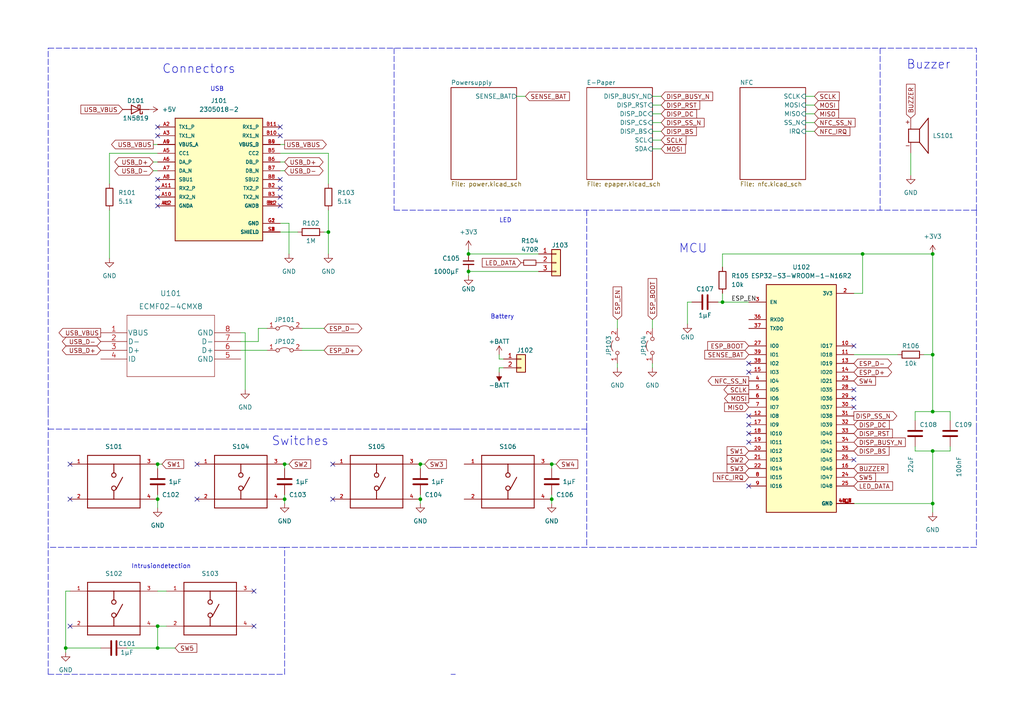
<source format=kicad_sch>
(kicad_sch (version 20211123) (generator eeschema)
  (paper "A4")
  (title_block (title "FabReader2") (date "2022-06-20") (rev "0.2") (company "RLKM UG (haftungsbeschränkt)") (comment 1 "Autoren: Joseph Langosch, Kai Kriegel"))
  (lib_symbols
    (symbol "2022-06-20_20-11-07:ECMF02-4CMX8" (pin_names (offset 0.254))
      (property "Reference" "U" (at 20.32 10.16 0))
      (property "Value" "ECMF02-4CMX8" (at 20.32 7.62 0))
      (symbol "ECMF02-4CMX8_1_1"
        (polyline (pts (xy 7.62 -12.7) (xy 33.02 -12.7)) (stroke (width 0.127)))
        (polyline (pts (xy 7.62 5.08) (xy 7.62 -12.7)) (stroke (width 0.127)))
        (polyline (pts (xy 33.02 -12.7) (xy 33.02 5.08)) (stroke (width 0.127)))
        (polyline (pts (xy 33.02 5.08) (xy 7.62 5.08)) (stroke (width 0.127)))
        (pin power_in line (at 0 0 0) (length 7.62) (name "VBUS") (number "1"))
        (pin bidirectional line (at 0 -2.54 0) (length 7.62) (name "D-") (number "2"))
        (pin bidirectional line (at 0 -5.08 0) (length 7.62) (name "D+") (number "3"))
        (pin unspecified line (at 0 -7.62 0) (length 7.62) (name "ID") (number "4"))
        (pin power_in line (at 40.64 -7.62 180) (length 7.62) (name "GND") (number "5"))
        (pin bidirectional line (at 40.64 -5.08 180) (length 7.62) (name "D+") (number "6"))
        (pin bidirectional line (at 40.64 -2.54 180) (length 7.62) (name "D-") (number "7"))
        (pin power_in line (at 40.64 0 180) (length 7.62) (name "GND") (number "8"))
      )
    )
    (symbol "2305018-2:2305018-2" (pin_names (offset 1.016))
      (property "Reference" "J" (at -12.7 18.0594 0))
      (property "Value" "2305018-2" (at -12.7 -20.3454 0))
      (symbol "2305018-2_0_0"
        (rectangle (start -12.7 -17.78) (end 12.7 17.78) (stroke (width 0.254)) (fill (type background)))
        (pin passive line (at -17.78 -7.62 0) (length 5.08) (name "GNDA") (number "A1"))
        (pin passive line (at -17.78 -5.08 0) (length 5.08) (name "RX2_N") (number "A10"))
        (pin passive line (at -17.78 -2.54 0) (length 5.08) (name "RX2_P") (number "A11"))
        (pin passive line (at -17.78 -7.62 0) (length 5.08) (name "GNDA") (number "A12"))
        (pin passive line (at -17.78 15.24 0) (length 5.08) (name "TX1_P") (number "A2"))
        (pin passive line (at -17.78 12.7 0) (length 5.08) (name "TX1_N") (number "A3"))
        (pin passive line (at -17.78 10.16 0) (length 5.08) (name "VBUS_A") (number "A4"))
        (pin passive line (at -17.78 7.62 0) (length 5.08) (name "CC1") (number "A5"))
        (pin passive line (at -17.78 5.08 0) (length 5.08) (name "DA_P") (number "A6"))
        (pin passive line (at -17.78 2.54 0) (length 5.08) (name "DA_N") (number "A7"))
        (pin passive line (at -17.78 0 0) (length 5.08) (name "SBU1") (number "A8"))
        (pin passive line (at -17.78 10.16 0) (length 5.08) (name "VBUS_A") (number "A9"))
        (pin passive line (at 17.78 -7.62 180) (length 5.08) (name "GNDB") (number "B1"))
        (pin passive line (at 17.78 12.7 180) (length 5.08) (name "RX1_N") (number "B10"))
        (pin passive line (at 17.78 15.24 180) (length 5.08) (name "RX1_P") (number "B11"))
        (pin passive line (at 17.78 -7.62 180) (length 5.08) (name "GNDB") (number "B12"))
        (pin passive line (at 17.78 -2.54 180) (length 5.08) (name "TX2_P") (number "B2"))
        (pin passive line (at 17.78 -5.08 180) (length 5.08) (name "TX2_N") (number "B3"))
        (pin passive line (at 17.78 10.16 180) (length 5.08) (name "VBUS_B") (number "B4"))
        (pin passive line (at 17.78 7.62 180) (length 5.08) (name "CC2") (number "B5"))
        (pin passive line (at 17.78 5.08 180) (length 5.08) (name "DB_P") (number "B6"))
        (pin passive line (at 17.78 2.54 180) (length 5.08) (name "DB_N") (number "B7"))
        (pin passive line (at 17.78 0 180) (length 5.08) (name "SBU2") (number "B8"))
        (pin passive line (at 17.78 10.16 180) (length 5.08) (name "VBUS_B") (number "B9"))
        (pin power_in line (at 17.78 -12.7 180) (length 5.08) (name "GND") (number "G1"))
        (pin power_in line (at 17.78 -12.7 180) (length 5.08) (name "GND") (number "G2"))
        (pin power_in line (at 17.78 -15.24 180) (length 5.08) (name "SHIELD") (number "S1"))
        (pin power_in line (at 17.78 -15.24 180) (length 5.08) (name "SHIELD") (number "S2"))
        (pin power_in line (at 17.78 -15.24 180) (length 5.08) (name "SHIELD") (number "S3"))
        (pin power_in line (at 17.78 -15.24 180) (length 5.08) (name "SHIELD") (number "S4"))
      )
    )
    (symbol "CMI-9705-0380-SMT-TR:CMI-9705-0380-SMT-TR" (pin_numbers hide) (pin_names (offset 1.016) hide)
      (property "Reference" "LS" (at -1.27 6.35 0))
      (property "Value" "CMI-9705-0380-SMT-TR" (at -1.27 -8.255 0))
      (symbol "CMI-9705-0380-SMT-TR_0_0"
        (polyline (pts (xy -3.175 -1.905) (xy -2.54 -1.905)) (stroke (width 0.254)))
        (polyline (pts (xy -3.175 1.905) (xy -3.175 -1.905)) (stroke (width 0.254)))
        (polyline (pts (xy -3.175 1.905) (xy -2.54 1.905)) (stroke (width 0.254)))
        (polyline (pts (xy -2.54 -2.54) (xy -2.54 -1.905)) (stroke (width 0.1524)))
        (polyline (pts (xy -2.54 -1.905) (xy 0 -1.905)) (stroke (width 0.254)))
        (polyline (pts (xy -2.54 1.905) (xy 0 1.905)) (stroke (width 0.254)))
        (polyline (pts (xy -2.54 2.54) (xy -2.54 1.905)) (stroke (width 0.1524)))
        (polyline (pts (xy 0 -1.905) (xy 0 1.905)) (stroke (width 0.254)))
        (polyline (pts (xy 0 -1.905) (xy 2.54 -5.08)) (stroke (width 0.254)))
        (polyline (pts (xy 0 1.905) (xy 2.54 5.08)) (stroke (width 0.254)))
        (polyline (pts (xy 2.54 -5.08) (xy 2.54 5.08)) (stroke (width 0.254)))
        (text "+" (at -4.318 3.302 0) (effects (font (size 1.27 1.27)) (justify left bottom)))
        (text "-" (at -4.318 -3.556 0) (effects (font (size 1.27 1.27)) (justify left bottom)))
        (pin passive line (at -2.54 -5.08 90) (length 2.54) (name "~") (number "N"))
        (pin passive line (at -2.54 5.08 270) (length 2.54) (name "~") (number "P"))
      )
    )
    (symbol "Connector_Generic:Conn_01x02" (pin_names (offset 1.016) hide)
      (property "Reference" "J" (at 0 2.54 0))
      (property "Value" "Conn_01x02" (at 0 -5.08 0))
      (symbol "Conn_01x02_1_1"
        (rectangle (start -1.27 -2.413) (end 0 -2.667) (stroke (width 0.1524)))
        (rectangle (start -1.27 0.127) (end 0 -0.127) (stroke (width 0.1524)))
        (rectangle (start -1.27 1.27) (end 1.27 -3.81) (stroke (width 0.254)) (fill (type background)))
        (pin passive line (at -5.08 0 0) (length 3.81) (name "Pin_1") (number "1"))
        (pin passive line (at -5.08 -2.54 0) (length 3.81) (name "Pin_2") (number "2"))
      )
    )
    (symbol "Connector_Generic:Conn_01x03" (pin_names (offset 1.016) hide)
      (property "Reference" "J" (at 0 5.08 0))
      (property "Value" "Conn_01x03" (at 0 -5.08 0))
      (symbol "Conn_01x03_1_1"
        (rectangle (start -1.27 -2.413) (end 0 -2.667) (stroke (width 0.1524)))
        (rectangle (start -1.27 0.127) (end 0 -0.127) (stroke (width 0.1524)))
        (rectangle (start -1.27 2.667) (end 0 2.413) (stroke (width 0.1524)))
        (rectangle (start -1.27 3.81) (end 1.27 -3.81) (stroke (width 0.254)) (fill (type background)))
        (pin passive line (at -5.08 2.54 0) (length 3.81) (name "Pin_1") (number "1"))
        (pin passive line (at -5.08 0 0) (length 3.81) (name "Pin_2") (number "2"))
        (pin passive line (at -5.08 -2.54 0) (length 3.81) (name "Pin_3") (number "3"))
      )
    )
    (symbol "Device:C" (pin_numbers hide) (pin_names (offset 0.254))
      (property "Reference" "C" (at 0.635 2.54 0))
      (property "Value" "C" (at 0.635 -2.54 0))
      (symbol "C_0_1"
        (polyline (pts (xy -2.032 -0.762) (xy 2.032 -0.762)) (stroke (width 0.508)))
        (polyline (pts (xy -2.032 0.762) (xy 2.032 0.762)) (stroke (width 0.508)))
      )
      (symbol "C_1_1"
        (pin passive line (at 0 3.81 270) (length 2.794) (name "~") (number "1"))
        (pin passive line (at 0 -3.81 90) (length 2.794) (name "~") (number "2"))
      )
    )
    (symbol "Device:C_Small" (pin_numbers hide) (pin_names (offset 0.254) hide)
      (property "Reference" "C" (at 0.254 1.778 0))
      (property "Value" "C_Small" (at 0.254 -2.032 0))
      (symbol "C_Small_0_1"
        (polyline (pts (xy -1.524 -0.508) (xy 1.524 -0.508)) (stroke (width 0.3302)))
        (polyline (pts (xy -1.524 0.508) (xy 1.524 0.508)) (stroke (width 0.3048)))
      )
      (symbol "C_Small_1_1"
        (pin passive line (at 0 2.54 270) (length 2.032) (name "~") (number "1"))
        (pin passive line (at 0 -2.54 90) (length 2.032) (name "~") (number "2"))
      )
    )
    (symbol "Device:R" (pin_numbers hide) (pin_names (offset 0))
      (property "Reference" "R" (at 2.032 0 90))
      (property "Value" "R" (at 0 0 90))
      (symbol "R_0_1"
        (rectangle (start -1.016 -2.54) (end 1.016 2.54) (stroke (width 0.254)))
      )
      (symbol "R_1_1"
        (pin passive line (at 0 3.81 270) (length 1.27) (name "~") (number "1"))
        (pin passive line (at 0 -3.81 90) (length 1.27) (name "~") (number "2"))
      )
    )
    (symbol "Device:R_Small" (pin_numbers hide) (pin_names (offset 0.254) hide)
      (property "Reference" "R" (at 0.762 0.508 0))
      (property "Value" "R_Small" (at 0.762 -1.016 0))
      (symbol "R_Small_0_1"
        (rectangle (start -0.762 1.778) (end 0.762 -1.778) (stroke (width 0.2032)))
      )
      (symbol "R_Small_1_1"
        (pin passive line (at 0 2.54 270) (length 0.762) (name "~") (number "1"))
        (pin passive line (at 0 -2.54 90) (length 0.762) (name "~") (number "2"))
      )
    )
    (symbol "Diode:1N5819" (pin_numbers hide) (pin_names (offset 1.016) hide)
      (property "Reference" "D" (at 0 2.54 0))
      (property "Value" "1N5819" (at 0 -2.54 0))
      (symbol "1N5819_0_1"
        (polyline (pts (xy 1.27 0) (xy -1.27 0)))
        (polyline (pts (xy 1.27 1.27) (xy 1.27 -1.27) (xy -1.27 0) (xy 1.27 1.27)) (stroke (width 0.254)))
        (polyline (pts (xy -1.905 0.635) (xy -1.905 1.27) (xy -1.27 1.27) (xy -1.27 -1.27) (xy -0.635 -1.27) (xy -0.635 -0.635)) (stroke (width 0.254)))
      )
      (symbol "1N5819_1_1"
        (pin passive line (at -3.81 0 0) (length 2.54) (name "K") (number "1"))
        (pin passive line (at 3.81 0 180) (length 2.54) (name "A") (number "2"))
      )
    )
    (symbol "ESP32-S3-WROOM-1-N16R2:ESP32-S3-WROOM-1-N16R2" (pin_names (offset 1.016))
      (property "Reference" "U" (at -10.16 34.1122 0))
      (property "Value" "ESP32-S3-WROOM-1-N16R2" (at -10.16 -35.56 0))
      (symbol "ESP32-S3-WROOM-1-N16R2_0_0"
        (rectangle (start -10.16 -33.02) (end 10.16 33.02) (stroke (width 0.254)) (fill (type background)))
        (pin power_in line (at 15.24 -30.48 180) (length 5.08) (name "GND") (number "1"))
        (pin bidirectional line (at 15.24 15.24 180) (length 5.08) (name "IO17") (number "10"))
        (pin bidirectional line (at 15.24 12.7 180) (length 5.08) (name "IO18") (number "11"))
        (pin bidirectional line (at -15.24 -5.08 0) (length 5.08) (name "IO8") (number "12"))
        (pin bidirectional line (at 15.24 10.16 180) (length 5.08) (name "IO19") (number "13"))
        (pin bidirectional line (at 15.24 7.62 180) (length 5.08) (name "IO20") (number "14"))
        (pin bidirectional line (at -15.24 7.62 0) (length 5.08) (name "IO3") (number "15"))
        (pin bidirectional line (at 15.24 -20.32 180) (length 5.08) (name "IO46") (number "16"))
        (pin bidirectional line (at -15.24 -7.62 0) (length 5.08) (name "IO9") (number "17"))
        (pin bidirectional line (at -15.24 -10.16 0) (length 5.08) (name "IO10") (number "18"))
        (pin bidirectional line (at -15.24 -12.7 0) (length 5.08) (name "IO11") (number "19"))
        (pin power_in line (at 15.24 30.48 180) (length 5.08) (name "3V3") (number "2"))
        (pin bidirectional line (at -15.24 -15.24 0) (length 5.08) (name "IO12") (number "20"))
        (pin bidirectional line (at -15.24 -17.78 0) (length 5.08) (name "IO13") (number "21"))
        (pin bidirectional line (at -15.24 -20.32 0) (length 5.08) (name "IO14") (number "22"))
        (pin bidirectional line (at 15.24 5.08 180) (length 5.08) (name "IO21") (number "23"))
        (pin bidirectional line (at 15.24 -22.86 180) (length 5.08) (name "IO47") (number "24"))
        (pin bidirectional line (at 15.24 -25.4 180) (length 5.08) (name "IO48") (number "25"))
        (pin bidirectional line (at 15.24 -17.78 180) (length 5.08) (name "IO45") (number "26"))
        (pin bidirectional line (at -15.24 15.24 0) (length 5.08) (name "IO0") (number "27"))
        (pin bidirectional line (at 15.24 2.54 180) (length 5.08) (name "IO35") (number "28"))
        (pin bidirectional line (at 15.24 0 180) (length 5.08) (name "IO36") (number "29"))
        (pin input line (at -15.24 27.94 0) (length 5.08) (name "EN") (number "3"))
        (pin bidirectional line (at 15.24 -2.54 180) (length 5.08) (name "IO37") (number "30"))
        (pin bidirectional line (at 15.24 -5.08 180) (length 5.08) (name "IO38") (number "31"))
        (pin bidirectional line (at 15.24 -7.62 180) (length 5.08) (name "IO39") (number "32"))
        (pin bidirectional line (at 15.24 -10.16 180) (length 5.08) (name "IO40") (number "33"))
        (pin bidirectional line (at 15.24 -12.7 180) (length 5.08) (name "IO41") (number "34"))
        (pin bidirectional line (at 15.24 -15.24 180) (length 5.08) (name "IO42") (number "35"))
        (pin bidirectional line (at -15.24 22.86 0) (length 5.08) (name "RXD0") (number "36"))
        (pin bidirectional line (at -15.24 20.32 0) (length 5.08) (name "TXD0") (number "37"))
        (pin bidirectional line (at -15.24 10.16 0) (length 5.08) (name "IO2") (number "38"))
        (pin bidirectional line (at -15.24 12.7 0) (length 5.08) (name "IO1") (number "39"))
        (pin bidirectional line (at -15.24 5.08 0) (length 5.08) (name "IO4") (number "4"))
        (pin power_in line (at 15.24 -30.48 180) (length 5.08) (name "GND") (number "40"))
        (pin power_in line (at 15.24 -30.48 180) (length 5.08) (name "GND") (number "41_1"))
        (pin power_in line (at 15.24 -30.48 180) (length 5.08) (name "GND") (number "41_2"))
        (pin power_in line (at 15.24 -30.48 180) (length 5.08) (name "GND") (number "41_3"))
        (pin power_in line (at 15.24 -30.48 180) (length 5.08) (name "GND") (number "41_4"))
        (pin power_in line (at 15.24 -30.48 180) (length 5.08) (name "GND") (number "41_5"))
        (pin power_in line (at 15.24 -30.48 180) (length 5.08) (name "GND") (number "41_6"))
        (pin power_in line (at 15.24 -30.48 180) (length 5.08) (name "GND") (number "41_7"))
        (pin power_in line (at 15.24 -30.48 180) (length 5.08) (name "GND") (number "41_8"))
        (pin power_in line (at 15.24 -30.48 180) (length 5.08) (name "GND") (number "41_9"))
        (pin bidirectional line (at -15.24 2.54 0) (length 5.08) (name "IO5") (number "5"))
        (pin bidirectional line (at -15.24 0 0) (length 5.08) (name "IO6") (number "6"))
        (pin bidirectional line (at -15.24 -2.54 0) (length 5.08) (name "IO7") (number "7"))
        (pin bidirectional line (at -15.24 -22.86 0) (length 5.08) (name "IO15") (number "8"))
        (pin bidirectional line (at -15.24 -25.4 0) (length 5.08) (name "IO16") (number "9"))
      )
    )
    (symbol "Jumper:Jumper_2_Bridged" (pin_names (offset 0) hide)
      (property "Reference" "JP" (at 0 1.905 0))
      (property "Value" "Jumper_2_Bridged" (at 0 -2.54 0))
      (symbol "Jumper_2_Bridged_0_0"
        (circle (center -2.032 0) (radius 0.508))
        (circle (center 2.032 0) (radius 0.508))
      )
      (symbol "Jumper_2_Bridged_0_1"
        (arc (start 1.524 0.254) (mid 0 0.762) (end -1.524 0.254))
      )
      (symbol "Jumper_2_Bridged_1_1"
        (pin passive line (at -5.08 0 0) (length 2.54) (name "A") (number "1"))
        (pin passive line (at 5.08 0 180) (length 2.54) (name "B") (number "2"))
      )
    )
    (symbol "Jumper:Jumper_2_Open" (pin_names (offset 0) hide)
      (property "Reference" "JP" (at 0 2.794 0))
      (property "Value" "Jumper_2_Open" (at 0 -2.286 0))
      (symbol "Jumper_2_Open_0_0"
        (circle (center -2.032 0) (radius 0.508))
        (circle (center 2.032 0) (radius 0.508))
      )
      (symbol "Jumper_2_Open_0_1"
        (arc (start 1.524 1.27) (mid 0 1.778) (end -1.524 1.27))
      )
      (symbol "Jumper_2_Open_1_1"
        (pin passive line (at -5.08 0 0) (length 2.54) (name "A") (number "1"))
        (pin passive line (at 5.08 0 180) (length 2.54) (name "B") (number "2"))
      )
    )
    (symbol "TS04-66-95-BK-260-SMT:TS04-66-95-BK-260-SMT" (pin_names (offset 1.016) hide)
      (property "Reference" "S" (at -7.62 8.382 0))
      (property "Value" "TS04-66-95-BK-260-SMT" (at -7.62 -8.382 0))
      (symbol "TS04-66-95-BK-260-SMT_0_0"
        (circle (center 0 -1.905) (radius 0.635) (stroke (width 0.254)))
        (polyline (pts (xy -7.62 -7.62) (xy 7.62 -7.62)) (stroke (width 0.254)))
        (polyline (pts (xy -7.62 -5.08) (xy -7.62 -7.62)) (stroke (width 0.254)))
        (polyline (pts (xy -7.62 5.08) (xy -7.62 -5.08)) (stroke (width 0.254)))
        (polyline (pts (xy -7.62 7.62) (xy -7.62 5.08)) (stroke (width 0.254)))
        (polyline (pts (xy 0 -5.08) (xy -7.62 -5.08)) (stroke (width 0.254)))
        (polyline (pts (xy 0 -5.08) (xy 7.62 -5.08)) (stroke (width 0.254)))
        (polyline (pts (xy 0 -2.54) (xy 0 -5.08)) (stroke (width 0.254)))
        (polyline (pts (xy 0 5.08) (xy -7.62 5.08)) (stroke (width 0.254)))
        (polyline (pts (xy 0 5.08) (xy 0 2.54)) (stroke (width 0.254)))
        (polyline (pts (xy 0 5.08) (xy 7.62 5.08)) (stroke (width 0.254)))
        (polyline (pts (xy 0.635 -2.2352) (xy 2.54 1.27)) (stroke (width 0.254)))
        (polyline (pts (xy 7.62 -7.62) (xy 7.62 -5.08)) (stroke (width 0.254)))
        (polyline (pts (xy 7.62 -5.08) (xy 7.62 5.08)) (stroke (width 0.254)))
        (polyline (pts (xy 7.62 5.08) (xy 7.62 7.62)) (stroke (width 0.254)))
        (polyline (pts (xy 7.62 7.62) (xy -7.62 7.62)) (stroke (width 0.254)))
        (circle (center 0 1.905) (radius 0.635) (stroke (width 0.254)))
        (pin passive line (at -12.7 5.08 0) (length 5.08) (name "~") (number "1"))
        (pin passive line (at -12.7 -5.08 0) (length 5.08) (name "~") (number "2"))
        (pin passive line (at 12.7 5.08 180) (length 5.08) (name "~") (number "3"))
        (pin passive line (at 12.7 -5.08 180) (length 5.08) (name "~") (number "4"))
      )
    )
    (symbol "power:+3V3" (power) (pin_names (offset 0))
      (property "Value" "+3V3" (at 0 3.556 0))
      (symbol "+3V3_0_1"
        (polyline (pts (xy -0.762 1.27) (xy 0 2.54)))
        (polyline (pts (xy 0 0) (xy 0 2.54)))
        (polyline (pts (xy 0 2.54) (xy 0.762 1.27)))
      )
      (symbol "+3V3_1_1"
        (pin power_in line (at 0 0 90) (length 0) hide (name "+3V3") (number "1"))
      )
    )
    (symbol "power:+5V" (power) (pin_names (offset 0))
      (property "Value" "+5V" (at 0 3.556 0))
      (symbol "+5V_0_1"
        (polyline (pts (xy -0.762 1.27) (xy 0 2.54)))
        (polyline (pts (xy 0 0) (xy 0 2.54)))
        (polyline (pts (xy 0 2.54) (xy 0.762 1.27)))
      )
      (symbol "+5V_1_1"
        (pin power_in line (at 0 0 90) (length 0) hide (name "+5V") (number "1"))
      )
    )
    (symbol "power:+BATT" (power) (pin_names (offset 0))
      (property "Value" "+BATT" (at 0 3.556 0))
      (symbol "+BATT_0_1"
        (polyline (pts (xy -0.762 1.27) (xy 0 2.54)))
        (polyline (pts (xy 0 0) (xy 0 2.54)))
        (polyline (pts (xy 0 2.54) (xy 0.762 1.27)))
      )
      (symbol "+BATT_1_1"
        (pin power_in line (at 0 0 90) (length 0) hide (name "+BATT") (number "1"))
      )
    )
    (symbol "power:-BATT" (power) (pin_names (offset 0))
      (property "Value" "-BATT" (at 0 3.556 0))
      (symbol "-BATT_0_1"
        (polyline (pts (xy 0 0) (xy 0 2.54)))
        (polyline (pts (xy 0.762 1.27) (xy -0.762 1.27) (xy 0 2.54) (xy 0.762 1.27)) (fill (type outline)))
      )
      (symbol "-BATT_1_1"
        (pin power_in line (at 0 0 90) (length 0) hide (name "-BATT") (number "1"))
      )
    )
    (symbol "power:GND" (power) (pin_names (offset 0))
      (property "Value" "GND" (at 0 -3.81 0))
      (symbol "GND_0_1"
        (polyline (pts (xy 0 0) (xy 0 -1.27) (xy 1.27 -1.27) (xy 0 -2.54) (xy -1.27 -1.27) (xy 0 -1.27)))
      )
      (symbol "GND_1_1"
        (pin power_in line (at 0 0 270) (length 0) hide (name "GND") (number "1"))
      )
    )
  )
  (junction (at 82.55 134.62))
  (junction (at 45.72 187.96))
  (junction (at 45.72 181.61))
  (junction (at 19.05 187.96))
  (junction (at 250.19 73.66))
  (junction (at 209.55 87.63))
  (junction (at 82.55 144.78))
  (junction (at 121.92 144.78))
  (junction (at 135.89 73.66))
  (junction (at 270.51 119.38))
  (junction (at 160.02 134.62))
  (junction (at 95.25 67.31))
  (junction (at 121.92 134.62))
  (junction (at 270.51 73.66))
  (junction (at 45.72 144.78))
  (junction (at 270.51 146.05))
  (junction (at 270.51 130.81))
  (junction (at 270.51 102.87))
  (junction (at 45.72 134.62))
  (junction (at 160.02 144.78))
  (junction (at 135.89 78.74))
  (no_connect (at 45.72 54.61))
  (no_connect (at 57.15 144.78))
  (no_connect (at 73.66 171.45))
  (no_connect (at 73.66 181.61))
  (no_connect (at 96.52 144.78))
  (no_connect (at 20.32 181.61))
  (no_connect (at 45.72 36.83))
  (no_connect (at 81.28 36.83))
  (no_connect (at 81.28 59.69))
  (no_connect (at 81.28 52.07))
  (no_connect (at 81.28 54.61))
  (no_connect (at 81.28 57.15))
  (no_connect (at 20.32 144.78))
  (no_connect (at 45.72 39.37))
  (no_connect (at 20.32 134.62))
  (no_connect (at 45.72 59.69))
  (no_connect (at 217.17 107.95))
  (no_connect (at 217.17 128.27))
  (no_connect (at 217.17 140.97))
  (no_connect (at 96.52 134.62))
  (no_connect (at 57.15 134.62))
  (no_connect (at 217.17 120.65))
  (no_connect (at 217.17 125.73))
  (no_connect (at 45.72 52.07))
  (no_connect (at 247.65 100.33))
  (no_connect (at 247.65 133.35))
  (no_connect (at 247.65 118.11))
  (no_connect (at 247.65 115.57))
  (no_connect (at 247.65 113.03))
  (no_connect (at 217.17 105.41))
  (no_connect (at 45.72 57.15))
  (no_connect (at 217.17 123.19))
  (no_connect (at 81.28 39.37))
  (wire (pts (xy 160.02 134.62) (xy 160.02 135.89)))
  (wire (pts (xy 44.45 49.53) (xy 45.72 49.53)))
  (wire (pts (xy 82.55 144.78) (xy 82.55 146.05)))
  (wire (pts (xy 189.23 43.18) (xy 191.77 43.18)))
  (wire (pts (xy 146.05 104.14) (xy 144.78 104.14)))
  (wire (pts (xy 82.55 134.62) (xy 83.82 134.62)))
  (wire (pts (xy 19.05 187.96) (xy 19.05 171.45)))
  (wire (pts (xy 209.55 73.66) (xy 250.19 73.66)))
  (wire (pts (xy 264.16 44.45) (xy 264.16 50.8)))
  (polyline (pts (xy 82.55 158.75) (xy 82.55 158.75)))
  (wire (pts (xy 121.92 134.62) (xy 121.92 135.89)))
  (wire (pts (xy 45.72 187.96) (xy 50.8 187.96)))
  (polyline (pts (xy 13.97 119.38) (xy 13.97 13.97)))
  (wire (pts (xy 95.25 53.34) (xy 95.25 44.45)))
  (wire (pts (xy 270.51 130.81) (xy 270.51 146.05)))
  (wire (pts (xy 233.68 27.94) (xy 236.22 27.94)))
  (polyline (pts (xy 195.58 60.96) (xy 210.82 60.96)))
  (wire (pts (xy 267.97 102.87) (xy 270.51 102.87)))
  (wire (pts (xy 149.86 27.94) (xy 152.4 27.94)))
  (wire (pts (xy 189.23 40.64) (xy 191.77 40.64)))
  (wire (pts (xy 233.68 38.1) (xy 236.22 38.1)))
  (wire (pts (xy 160.02 143.51) (xy 160.02 144.78)))
  (wire (pts (xy 189.23 35.56) (xy 191.77 35.56)))
  (wire (pts (xy 160.02 134.62) (xy 161.29 134.62)))
  (polyline (pts (xy 170.18 60.96) (xy 170.18 124.46)))
  (wire (pts (xy 160.02 146.05) (xy 160.02 144.78)))
  (polyline (pts (xy 255.27 13.97) (xy 255.27 60.96)))
  (wire (pts (xy 121.92 143.51) (xy 121.92 144.78)))
  (wire (pts (xy 45.72 44.45) (xy 31.75 44.45)))
  (wire (pts (xy 31.75 44.45) (xy 31.75 53.34)))
  (polyline (pts (xy 13.97 195.58) (xy 13.97 124.46)))
  (wire (pts (xy 265.43 130.81) (xy 270.51 130.81)))
  (wire (pts (xy 209.55 77.47) (xy 209.55 73.66)))
  (wire (pts (xy 209.55 85.09) (xy 209.55 87.63)))
  (wire (pts (xy 270.51 130.81) (xy 275.59 130.81)))
  (wire (pts (xy 83.82 64.77) (xy 81.28 64.77)))
  (polyline (pts (xy 209.55 60.96) (xy 210.82 60.96)))
  (wire (pts (xy 189.23 38.1) (xy 191.77 38.1)))
  (wire (pts (xy 270.51 146.05) (xy 270.51 148.59)))
  (polyline (pts (xy 283.21 60.96) (xy 283.21 124.46)))
  (wire (pts (xy 83.82 73.66) (xy 83.82 64.77)))
  (wire (pts (xy 275.59 130.81) (xy 275.59 129.54)))
  (wire (pts (xy 31.75 60.96) (xy 31.75 74.93)))
  (wire (pts (xy 19.05 171.45) (xy 20.32 171.45)))
  (wire (pts (xy 45.72 181.61) (xy 48.26 181.61)))
  (wire (pts (xy 209.55 87.63) (xy 217.17 87.63)))
  (wire (pts (xy 69.85 99.06) (xy 74.93 99.06)))
  (wire (pts (xy 270.51 119.38) (xy 275.59 119.38)))
  (polyline (pts (xy 283.21 158.75) (xy 173.99 158.75)))
  (wire (pts (xy 179.07 92.71) (xy 179.07 95.25)))
  (wire (pts (xy 81.28 44.45) (xy 95.25 44.45)))
  (polyline (pts (xy 13.97 13.97) (xy 118.11 13.97)))
  (wire (pts (xy 135.89 73.66) (xy 156.21 73.66)))
  (polyline (pts (xy 13.97 195.58) (xy 82.55 195.58)))
  (polyline (pts (xy 130.81 195.58) (xy 132.08 195.58)))
  (wire (pts (xy 45.72 134.62) (xy 45.72 135.89)))
  (wire (pts (xy 144.78 106.68) (xy 144.78 107.95)))
  (wire (pts (xy 87.63 95.25) (xy 93.98 95.25)))
  (wire (pts (xy 199.39 87.63) (xy 200.66 87.63)))
  (polyline (pts (xy 82.55 195.58) (xy 82.55 158.75)))
  (wire (pts (xy 265.43 119.38) (xy 270.51 119.38)))
  (wire (pts (xy 121.92 146.05) (xy 121.92 144.78)))
  (wire (pts (xy 95.25 60.96) (xy 95.25 67.31)))
  (wire (pts (xy 179.07 105.41) (xy 179.07 106.68)))
  (wire (pts (xy 189.23 27.94) (xy 191.77 27.94)))
  (wire (pts (xy 233.68 30.48) (xy 236.22 30.48)))
  (wire (pts (xy 45.72 144.78) (xy 45.72 147.32)))
  (wire (pts (xy 189.23 92.71) (xy 189.23 95.25)))
  (wire (pts (xy 265.43 121.92) (xy 265.43 119.38)))
  (wire (pts (xy 81.28 46.99) (xy 82.55 46.99)))
  (wire (pts (xy 199.39 93.98) (xy 199.39 87.63)))
  (wire (pts (xy 45.72 134.62) (xy 46.99 134.62)))
  (polyline (pts (xy 132.08 158.75) (xy 82.55 158.75)))
  (polyline (pts (xy 118.11 13.97) (xy 283.21 13.97)))
  (polyline (pts (xy 283.21 60.96) (xy 283.21 13.97)))
  (wire (pts (xy 44.45 46.99) (xy 45.72 46.99)))
  (wire (pts (xy 44.45 41.91) (xy 45.72 41.91)))
  (wire (pts (xy 82.55 134.62) (xy 82.55 135.89)))
  (polyline (pts (xy 13.97 119.38) (xy 13.97 124.46)))
  (wire (pts (xy 247.65 146.05) (xy 270.51 146.05)))
  (wire (pts (xy 69.85 96.52) (xy 71.12 96.52)))
  (wire (pts (xy 270.51 73.66) (xy 270.51 102.87)))
  (wire (pts (xy 250.19 73.66) (xy 270.51 73.66)))
  (wire (pts (xy 81.28 49.53) (xy 82.55 49.53)))
  (wire (pts (xy 250.19 85.09) (xy 247.65 85.09)))
  (polyline (pts (xy 283.21 124.46) (xy 283.21 158.75)))
  (wire (pts (xy 135.89 80.01) (xy 135.89 78.74)))
  (polyline (pts (xy 114.3 124.46) (xy 132.08 124.46)))
  (wire (pts (xy 233.68 35.56) (xy 236.22 35.56)))
  (polyline (pts (xy 13.97 124.46) (xy 114.3 124.46)))
  (wire (pts (xy 69.85 101.6) (xy 77.47 101.6)))
  (wire (pts (xy 19.05 189.23) (xy 19.05 187.96)))
  (wire (pts (xy 121.92 134.62) (xy 123.19 134.62)))
  (wire (pts (xy 189.23 30.48) (xy 191.77 30.48)))
  (polyline (pts (xy 114.3 13.97) (xy 114.3 60.96)))
  (wire (pts (xy 74.93 95.25) (xy 77.47 95.25)))
  (wire (pts (xy 265.43 129.54) (xy 265.43 130.81)))
  (wire (pts (xy 81.28 67.31) (xy 86.36 67.31)))
  (wire (pts (xy 45.72 181.61) (xy 45.72 187.96)))
  (wire (pts (xy 87.63 101.6) (xy 93.98 101.6)))
  (wire (pts (xy 250.19 73.66) (xy 250.19 85.09)))
  (wire (pts (xy 144.78 104.14) (xy 144.78 102.87)))
  (wire (pts (xy 82.55 143.51) (xy 82.55 144.78)))
  (wire (pts (xy 270.51 102.87) (xy 270.51 119.38)))
  (wire (pts (xy 189.23 33.02) (xy 191.77 33.02)))
  (wire (pts (xy 74.93 95.25) (xy 74.93 99.06)))
  (wire (pts (xy 19.05 187.96) (xy 29.21 187.96)))
  (polyline (pts (xy 210.82 60.96) (xy 283.21 60.96)))
  (polyline (pts (xy 170.18 124.46) (xy 170.18 158.75)))
  (wire (pts (xy 135.89 73.66) (xy 135.89 72.39)))
  (polyline (pts (xy 114.3 60.96) (xy 195.58 60.96)))
  (wire (pts (xy 233.68 33.02) (xy 236.22 33.02)))
  (wire (pts (xy 275.59 121.92) (xy 275.59 119.38)))
  (wire (pts (xy 36.83 187.96) (xy 45.72 187.96)))
  (wire (pts (xy 45.72 171.45) (xy 48.26 171.45)))
  (polyline (pts (xy 132.08 124.46) (xy 170.18 124.46)))
  (wire (pts (xy 45.72 143.51) (xy 45.72 144.78)))
  (wire (pts (xy 146.05 106.68) (xy 144.78 106.68)))
  (wire (pts (xy 208.28 87.63) (xy 209.55 87.63)))
  (polyline (pts (xy 82.55 158.75) (xy 13.97 158.75)))
  (wire (pts (xy 95.25 67.31) (xy 95.25 73.66)))
  (polyline (pts (xy 132.08 158.75) (xy 173.99 158.75)))
  (wire (pts (xy 71.12 96.52) (xy 71.12 113.03)))
  (wire (pts (xy 189.23 105.41) (xy 189.23 106.68)))
  (wire (pts (xy 135.89 78.74) (xy 156.21 78.74)))
  (wire (pts (xy 260.35 102.87) (xy 247.65 102.87)))
  (wire (pts (xy 81.28 41.91) (xy 82.55 41.91)))
  (wire (pts (xy 93.98 67.31) (xy 95.25 67.31)))
  (text "Buzzer" (at 262.89 20.32 0) (effects (font (size 2.54 2.54)) (justify left bottom)))
  (text "LED" (at 144.78 64.77 0) (effects (font (size 1.27 1.27)) (justify left bottom)))
  (text "USB" (at 60.96 26.67 0) (effects (font (size 1.27 1.27)) (justify left bottom)))
  (text "Battery" (at 142.24 92.71 0) (effects (font (size 1.27 1.27)) (justify left bottom)))
  (text "Intrusiondetection" (at 38.1 165.1 0) (effects (font (size 1.27 1.27)) (justify left bottom)))
  (text "Connectors" (at 46.99 21.59 0) (effects (font (size 2.54 2.54)) (justify left bottom)))
  (text "MCU" (at 196.85 73.66 0) (effects (font (size 2.54 2.54)) (justify left bottom)))
  (text "Switches" (at 78.74 129.54 0) (effects (font (size 2.54 2.54)) (justify left bottom)))
  (label "ESP_EN" (at 212.09 87.63 0))
  (global_label "SCLK" (shape input) (at 236.22 27.94 0) (property "Intersheet References" "${INTERSHEET_REFS}" (effects hide)))
  (global_label "SENSE_BAT" (shape input) (at 152.4 27.94 0) (property "Intersheet References" "${INTERSHEET_REFS}" (effects hide)))
  (global_label "ESP_EN" (shape input) (at 179.07 92.71 90) (property "Intersheet References" "${INTERSHEET_REFS}" (effects hide)))
  (global_label "DISP_SS_N" (shape output) (at 247.65 120.65 0) (property "Intersheet References" "${INTERSHEET_REFS}" (effects hide)))
  (global_label "SCLK" (shape output) (at 217.17 113.03 180) (property "Intersheet References" "${INTERSHEET_REFS}" (effects hide)))
  (global_label "SW3" (shape input) (at 123.19 134.62 0) (property "Intersheet References" "${INTERSHEET_REFS}" (effects hide)))
  (global_label "ESP_D+" (shape bidirectional) (at 93.98 101.6 0) (property "Intersheet References" "${INTERSHEET_REFS}" (effects hide)))
  (global_label "SW2" (shape input) (at 217.17 133.35 180) (property "Intersheet References" "${INTERSHEET_REFS}" (effects hide)))
  (global_label "USB_VBUS" (shape output) (at 44.45 41.91 180) (property "Intersheet References" "${INTERSHEET_REFS}" (effects hide)))
  (global_label "USB_D+" (shape bidirectional) (at 82.55 46.99 0) (property "Intersheet References" "${INTERSHEET_REFS}" (effects hide)))
  (global_label "DISP_RST" (shape input) (at 247.65 125.73 0) (property "Intersheet References" "${INTERSHEET_REFS}" (effects hide)))
  (global_label "SW4" (shape input) (at 247.65 110.49 0) (property "Intersheet References" "${INTERSHEET_REFS}" (effects hide)))
  (global_label "SW5" (shape input) (at 50.8 187.96 0) (property "Intersheet References" "${INTERSHEET_REFS}" (effects hide)))
  (global_label "DISP_DC" (shape input) (at 191.77 33.02 0) (property "Intersheet References" "${INTERSHEET_REFS}" (effects hide)))
  (global_label "SW5" (shape input) (at 247.65 138.43 0) (property "Intersheet References" "${INTERSHEET_REFS}" (effects hide)))
  (global_label "MOSI" (shape output) (at 217.17 115.57 180) (property "Intersheet References" "${INTERSHEET_REFS}" (effects hide)))
  (global_label "USB_VBUS" (shape output) (at 29.21 96.52 180) (property "Intersheet References" "${INTERSHEET_REFS}" (effects hide)))
  (global_label "SW4" (shape input) (at 161.29 134.62 0) (property "Intersheet References" "${INTERSHEET_REFS}" (effects hide)))
  (global_label "DISP_DC" (shape input) (at 247.65 123.19 0) (property "Intersheet References" "${INTERSHEET_REFS}" (effects hide)))
  (global_label "NFC_SS_N" (shape input) (at 236.22 35.56 0) (property "Intersheet References" "${INTERSHEET_REFS}" (effects hide)))
  (global_label "SW3" (shape input) (at 217.17 135.89 180) (property "Intersheet References" "${INTERSHEET_REFS}" (effects hide)))
  (global_label "LED_DATA" (shape input) (at 247.65 140.97 0) (property "Intersheet References" "${INTERSHEET_REFS}" (effects hide)))
  (global_label "DISP_BUSY_N" (shape input) (at 247.65 128.27 0) (property "Intersheet References" "${INTERSHEET_REFS}" (effects hide)))
  (global_label "NFC_SS_N" (shape output) (at 217.17 110.49 180) (property "Intersheet References" "${INTERSHEET_REFS}" (effects hide)))
  (global_label "MOSI" (shape input) (at 191.77 43.18 0) (property "Intersheet References" "${INTERSHEET_REFS}" (effects hide)))
  (global_label "ESP_D-" (shape bidirectional) (at 93.98 95.25 0) (property "Intersheet References" "${INTERSHEET_REFS}" (effects hide)))
  (global_label "BUZZER" (shape input) (at 247.65 135.89 0) (property "Intersheet References" "${INTERSHEET_REFS}" (effects hide)))
  (global_label "DISP_BS" (shape input) (at 191.77 38.1 0) (property "Intersheet References" "${INTERSHEET_REFS}" (effects hide)))
  (global_label "DISP_BS" (shape input) (at 247.65 130.81 0) (property "Intersheet References" "${INTERSHEET_REFS}" (effects hide)))
  (global_label "SENSE_BAT" (shape input) (at 217.17 102.87 180) (property "Intersheet References" "${INTERSHEET_REFS}" (effects hide)))
  (global_label "NFC_IRQ" (shape input) (at 236.22 38.1 0) (property "Intersheet References" "${INTERSHEET_REFS}" (effects hide)))
  (global_label "USB_D-" (shape bidirectional) (at 82.55 49.53 0) (property "Intersheet References" "${INTERSHEET_REFS}" (effects hide)))
  (global_label "LED_DATA" (shape input) (at 151.13 76.2 180) (property "Intersheet References" "${INTERSHEET_REFS}" (effects hide)))
  (global_label "DISP_BUSY_N" (shape input) (at 191.77 27.94 0) (property "Intersheet References" "${INTERSHEET_REFS}" (effects hide)))
  (global_label "ESP_BOOT" (shape input) (at 189.23 92.71 90) (property "Intersheet References" "${INTERSHEET_REFS}" (effects hide)))
  (global_label "DISP_SS_N" (shape input) (at 191.77 35.56 0) (property "Intersheet References" "${INTERSHEET_REFS}" (effects hide)))
  (global_label "MOSI" (shape input) (at 236.22 30.48 0) (property "Intersheet References" "${INTERSHEET_REFS}" (effects hide)))
  (global_label "ESP_D-" (shape bidirectional) (at 247.65 105.41 0) (property "Intersheet References" "${INTERSHEET_REFS}" (effects hide)))
  (global_label "USB_VBUS" (shape input) (at 35.56 31.75 180) (property "Intersheet References" "${INTERSHEET_REFS}" (effects hide)))
  (global_label "NFC_IRQ" (shape input) (at 217.17 138.43 180) (property "Intersheet References" "${INTERSHEET_REFS}" (effects hide)))
  (global_label "BUZZER" (shape input) (at 264.16 34.29 90) (property "Intersheet References" "${INTERSHEET_REFS}" (effects hide)))
  (global_label "DISP_RST" (shape input) (at 191.77 30.48 0) (property "Intersheet References" "${INTERSHEET_REFS}" (effects hide)))
  (global_label "MISO" (shape input) (at 217.17 118.11 180) (property "Intersheet References" "${INTERSHEET_REFS}" (effects hide)))
  (global_label "USB_D-" (shape bidirectional) (at 29.21 99.06 180) (property "Intersheet References" "${INTERSHEET_REFS}" (effects hide)))
  (global_label "USB_D-" (shape bidirectional) (at 44.45 49.53 180) (property "Intersheet References" "${INTERSHEET_REFS}" (effects hide)))
  (global_label "USB_VBUS" (shape output) (at 82.55 41.91 0) (property "Intersheet References" "${INTERSHEET_REFS}" (effects hide)))
  (global_label "MISO" (shape input) (at 236.22 33.02 0) (property "Intersheet References" "${INTERSHEET_REFS}" (effects hide)))
  (global_label "SW1" (shape input) (at 217.17 130.81 180) (property "Intersheet References" "${INTERSHEET_REFS}" (effects hide)))
  (global_label "ESP_BOOT" (shape input) (at 217.17 100.33 180) (property "Intersheet References" "${INTERSHEET_REFS}" (effects hide)))
  (global_label "USB_D+" (shape bidirectional) (at 44.45 46.99 180) (property "Intersheet References" "${INTERSHEET_REFS}" (effects hide)))
  (global_label "USB_D+" (shape bidirectional) (at 29.21 101.6 180) (property "Intersheet References" "${INTERSHEET_REFS}" (effects hide)))
  (global_label "SW1" (shape input) (at 46.99 134.62 0) (property "Intersheet References" "${INTERSHEET_REFS}" (effects hide)))
  (global_label "SW2" (shape input) (at 83.82 134.62 0) (property "Intersheet References" "${INTERSHEET_REFS}" (effects hide)))
  (global_label "ESP_D+" (shape bidirectional) (at 247.65 107.95 0) (property "Intersheet References" "${INTERSHEET_REFS}" (effects hide)))
  (global_label "SCLK" (shape input) (at 191.77 40.64 0) (property "Intersheet References" "${INTERSHEET_REFS}" (effects hide)))
  (symbol (lib_id "power:GND") (at 83.82 73.66 0) (unit 1)
    (property "Reference" "#PWR0107" (effects hide))
    (property "Value" "GND" (at 83.82 78.74 0))
  )
  (symbol (lib_id "Device:R") (at 209.55 81.28 180) (unit 1)
    (property "Reference" "R105" (at 212.09 80.0099 0) (effects (justify right)))
    (property "Value" "10k" (at 212.09 82.5499 0) (effects (justify right)))
    (property "Footprint" "Resistor_SMD:R_0402_1005Metric" (effects hide))
    (property "Datasheet" "https://datasheet.lcsc.com/lcsc/1810241324_YAGEO-AC0402FR-0710KL_C144807.pdf" (effects hide))
    (property "MANUFACTURER" "YAGEO" (effects hide))
    (property "MPN" "RC0402JR-071KL" (effects hide))
  )
  (symbol (lib_id "power:+3V3") (at 270.51 73.66 0) (unit 1)
    (property "Reference" "#PWR0119" (effects hide))
    (property "Value" "+3V3" (at 270.51 68.58 0))
  )
  (symbol (lib_id "Device:R") (at 90.17 67.31 90) (unit 1)
    (property "Reference" "R102" (at 90.17 64.77 90))
    (property "Value" "1M" (at 90.17 69.85 90))
    (property "Footprint" "Resistor_SMD:R_0402_1005Metric" (effects hide))
    (property "Datasheet" "https://datasheet.lcsc.com/lcsc/1810241325_YAGEO-AC0402FR-071ML_C144787.pdf" (effects hide))
    (property "MANUFACTURER" "YAGEO" (effects hide))
    (property "MPN" "AC0402FR-071ML" (effects hide))
  )
  (symbol (lib_id "Device:C") (at 265.43 125.73 0) (unit 1)
    (property "Reference" "C108" (at 266.7 123.19 0) (effects (justify left)))
    (property "Value" "22uF" (at 264.16 137.16 90) (effects (justify left)))
    (property "Footprint" "Capacitor_SMD:C_0402_1005Metric" (effects hide))
    (property "Datasheet" "https://datasheet.lcsc.com/lcsc/1912111437_Murata-Electronics-GRM155R60J226ME11D_C415703.pdf" (effects hide))
    (property "MANUFACTURER" "Murata Electronics" (effects hide))
    (property "MPN" "GRM155R60J226ME11D" (effects hide))
    (property "Type" "X5R" (effects hide))
  )
  (symbol (lib_id "power:GND") (at 19.05 189.23 0) (unit 1)
    (property "Reference" "#PWR0101" (effects hide))
    (property "Value" "GND" (at 19.05 194.31 0))
  )
  (symbol (lib_id "Jumper:Jumper_2_Bridged") (at 82.55 101.6 0) (unit 1)
    (property "Reference" "JP102" (at 82.55 99.06 0))
    (property "Value" "Jumper_2_Bridged" (effects hide))
    (property "Footprint" "Connector_PinHeader_2.54mm:PinHeader_1x02_P2.54mm_Vertical" (effects hide))
  )
  (symbol (lib_id "power:GND") (at 82.55 146.05 0) (mirror y) (unit 1)
    (property "Reference" "#PWR0106" (effects hide))
    (property "Value" "GND" (at 82.55 151.13 0))
  )
  (symbol (lib_id "Device:R") (at 31.75 57.15 180) (unit 1)
    (property "Reference" "R101" (at 34.29 55.8799 0) (effects (justify right)))
    (property "Value" "5.1k" (at 34.29 58.4199 0) (effects (justify right)))
    (property "Footprint" "Resistor_SMD:R_0402_1005Metric" (effects hide))
    (property "Datasheet" "https://datasheet.lcsc.com/lcsc/1809201112_YAGEO-RC0402FR-075K1L_C105872.pdf" (effects hide))
    (property "MANUFACTURER" "YAGEO" (effects hide))
    (property "MPN" "RC0402FR-075K1L" (effects hide))
  )
  (symbol (lib_id "Jumper:Jumper_2_Bridged") (at 82.55 95.25 0) (unit 1)
    (property "Reference" "JP101" (at 82.55 92.71 0))
    (property "Value" "Jumper_2_Bridged" (effects hide))
    (property "Footprint" "Connector_PinHeader_2.54mm:PinHeader_1x02_P2.54mm_Vertical" (effects hide))
  )
  (symbol (lib_id "Device:C") (at 45.72 139.7 180) (unit 1)
    (property "Reference" "C102" (at 49.53 143.51 0))
    (property "Value" "1µF" (at 50.8 139.7 0))
    (property "Footprint" "Capacitor_SMD:C_0402_1005Metric" (effects hide))
    (property "Datasheet" "https://datasheet.lcsc.com/lcsc/1811081616_Murata-Electronics-GRM155R61E105KA12D_C77009.pdf" (effects hide))
    (property "MANUFACTURER" "Murata Electronics" (effects hide))
    (property "MPN" "GRM155R61E105KA12D" (effects hide))
    (property "Type" "X5R" (effects hide))
  )
  (symbol (lib_id "Device:C") (at 275.59 125.73 0) (unit 1)
    (property "Reference" "C109" (at 276.86 123.19 0) (effects (justify left)))
    (property "Value" "100nF" (at 278.13 138.43 90) (effects (justify left)))
    (property "Footprint" "Capacitor_SMD:C_0402_1005Metric" (effects hide))
    (property "Datasheet" "https://datasheet.lcsc.com/lcsc/2006151134_YAGEO-CC0402KRX5R5BB104_C541405.pdf" (effects hide))
    (property "MANUFACTURER" "YAGEO" (effects hide))
    (property "MPN" "CC0402KRX5R5BB104" (effects hide))
    (property "Type" "X5R" (effects hide))
  )
  (symbol (lib_id "Device:C") (at 33.02 187.96 90) (unit 1)
    (property "Reference" "C101" (at 36.83 186.69 90))
    (property "Value" "1µF" (at 36.83 189.23 90))
    (property "Footprint" "Capacitor_SMD:C_0402_1005Metric" (effects hide))
    (property "Datasheet" "https://datasheet.lcsc.com/lcsc/1811081616_Murata-Electronics-GRM155R61E105KA12D_C77009.pdf" (effects hide))
    (property "MANUFACTURER" "Murata Electronics" (effects hide))
    (property "MPN" "GRM155R61E105KA12D" (effects hide))
    (property "Type" "X5R" (effects hide))
  )
  (symbol (lib_id "power:GND") (at 179.07 106.68 0) (unit 1)
    (property "Reference" "#PWR0115" (effects hide))
    (property "Value" "GND" (at 179.07 111.76 0))
  )
  (symbol (lib_id "Connector_Generic:Conn_01x02") (at 151.13 104.14 0) (unit 1)
    (property "Reference" "J102" (at 149.86 101.6 0) (effects (justify left)))
    (property "Value" "Conn_01x02" (effects hide))
    (property "Footprint" "Connector_JST:JST_PH_S2B-PH-SM4-TB_1x02-1MP_P2.00mm_Horizontal" (effects hide))
    (property "Datasheet" "https://datasheet.lcsc.com/lcsc/2102031704_JST-Sales-America-S2B-PH-SM4-TB-LF-SN_C295747.pdf" (effects hide))
    (property "MANUFACTURER" "JST Sales America" (effects hide))
    (property "MPN" "S2B-PH-SM4-TB(LF)(SN)" (effects hide))
  )
  (symbol (lib_id "Device:C") (at 82.55 139.7 180) (unit 1)
    (property "Reference" "C103" (at 86.36 143.51 0))
    (property "Value" "1µF" (at 87.63 139.7 0))
    (property "Footprint" "Capacitor_SMD:C_0402_1005Metric" (effects hide))
    (property "Datasheet" "https://datasheet.lcsc.com/lcsc/1811081616_Murata-Electronics-GRM155R61E105KA12D_C77009.pdf" (effects hide))
    (property "MANUFACTURER" "Murata Electronics" (effects hide))
    (property "MPN" "GRM155R61E105KA12D" (effects hide))
    (property "Type" "X5R" (effects hide))
  )
  (symbol (lib_id "power:GND") (at 160.02 146.05 0) (unit 1)
    (property "Reference" "#PWR0114" (effects hide))
    (property "Value" "GND" (at 160.02 151.13 0))
  )
  (symbol (lib_id "power:GND") (at 189.23 106.68 0) (unit 1)
    (property "Reference" "#PWR0116" (effects hide))
    (property "Value" "GND" (at 189.23 111.76 0))
  )
  (symbol (lib_id "power:GND") (at 31.75 74.93 0) (unit 1)
    (property "Reference" "#PWR0102" (effects hide))
    (property "Value" "GND" (at 31.75 80.01 0))
  )
  (symbol (lib_id "Device:R") (at 95.25 57.15 180) (unit 1)
    (property "Reference" "R103" (at 97.79 55.8799 0) (effects (justify right)))
    (property "Value" "5.1k" (at 97.79 58.4199 0) (effects (justify right)))
    (property "Footprint" "Resistor_SMD:R_0402_1005Metric" (effects hide))
    (property "Datasheet" "https://datasheet.lcsc.com/lcsc/1809201112_YAGEO-RC0402FR-075K1L_C105872.pdf" (effects hide))
    (property "MANUFACTURER" "YAGEO" (effects hide))
    (property "MPN" "RC0402FR-075K1L" (effects hide))
  )
  (symbol (lib_id "Jumper:Jumper_2_Open") (at 179.07 100.33 90) (unit 1)
    (property "Reference" "JP103" (at 176.53 100.33 0))
    (property "Value" "Jumper_2_Bridged" (effects hide))
    (property "Footprint" "Connector_PinHeader_2.54mm:PinHeader_1x02_P2.54mm_Vertical" (effects hide))
  )
  (symbol (lib_id "2305018-2:2305018-2") (at 63.5 52.07 0) (unit 1)
    (property "Reference" "J101" (at 63.5 29.21 0))
    (property "Value" "2305018-2" (at 63.5 31.75 0))
    (property "Footprint" "2305018-2:TE_2305018-2" (effects hide))
    (property "Datasheet" "https://datasheet.lcsc.com/lcsc/2112301030_TE-Connectivity-2305018-2_C498674.pdf" (effects hide))
    (property "Comment" "2305018-2" (effects hide))
    (property "MANUFACTURER" "TE Connectivity" (effects hide))
    (property "MPN" "2305018-2" (effects hide))
  )
  (symbol (lib_id "TS04-66-95-BK-260-SMT:TS04-66-95-BK-260-SMT") (at 33.02 139.7 0) (unit 1)
    (property "Reference" "S101" (at 33.02 129.54 0))
    (property "Value" "TS04-66-95-BK-260-SMT" (effects hide))
    (property "Footprint" "TS04-66-95-BK-260-SMT:SW_TS04-66-95-BK-260-SMT" (effects hide))
    (property "Datasheet" "https://www.cuidevices.com/product/resource/digikeypdf/ts04.pdf" (effects hide))
    (property "PARTREV" "1.0" (effects hide))
    (property "STANDARD" "Manufacturer Recommendations" (effects hide))
    (property "MANUFACTURER" "CUI Devices" (effects hide))
    (property "MPN" "TS04-66-95-BK-260-SMT" (effects hide))
  )
  (symbol (lib_id "Diode:1N5819") (at 39.37 31.75 180) (unit 1)
    (property "Reference" "D101" (at 39.37 29.21 0))
    (property "Value" "1N5819" (at 39.37 34.29 0))
    (property "Footprint" "Diode_SMD:D_SOD-123F" (effects hide))
    (property "Datasheet" "https://datasheet.lcsc.com/lcsc/1811121309_Diodes-Incorporated-1N5819HW-7-F_C82544.pdf" (effects hide))
    (property "MANUFACTURER" "Diodes Incorporated" (effects hide))
    (property "MPN" "1N5819HW-7-F" (effects hide))
  )
  (symbol (lib_id "TS04-66-95-BK-260-SMT:TS04-66-95-BK-260-SMT") (at 69.85 139.7 0) (unit 1)
    (property "Reference" "S104" (at 69.85 129.54 0))
    (property "Value" "TS04-66-95-BK-260-SMT" (effects hide))
    (property "Footprint" "TS04-66-95-BK-260-SMT:SW_TS04-66-95-BK-260-SMT" (effects hide))
    (property "Datasheet" "https://www.cuidevices.com/product/resource/digikeypdf/ts04.pdf" (effects hide))
    (property "PARTREV" "1.0" (effects hide))
    (property "STANDARD" "Manufacturer Recommendations" (effects hide))
    (property "MANUFACTURER" "CUI Devices" (effects hide))
    (property "MPN" "TS04-66-95-BK-260-SMT" (effects hide))
  )
  (symbol (lib_id "power:-BATT") (at 144.78 107.95 180) (unit 1)
    (property "Reference" "#PWR0113" (effects hide))
    (property "Value" "-BATT" (at 144.78 111.76 0))
  )
  (symbol (lib_id "power:+3V3") (at 135.89 72.39 0) (unit 1)
    (property "Reference" "#PWR0110" (effects hide))
    (property "Value" "+3V3" (at 135.89 67.31 0))
  )
  (symbol (lib_id "Device:C") (at 160.02 139.7 180) (unit 1)
    (property "Reference" "C106" (at 163.83 143.51 0))
    (property "Value" "1µF" (at 165.1 139.7 0))
    (property "Footprint" "Capacitor_SMD:C_0402_1005Metric" (effects hide))
    (property "Datasheet" "https://datasheet.lcsc.com/lcsc/1811081616_Murata-Electronics-GRM155R61E105KA12D_C77009.pdf" (effects hide))
    (property "MANUFACTURER" "Murata Electronics" (effects hide))
    (property "MPN" "GRM155R61E105KA12D" (effects hide))
    (property "Type" "X5R" (effects hide))
  )
  (symbol (lib_id "TS04-66-95-BK-260-SMT:TS04-66-95-BK-260-SMT") (at 109.22 139.7 0) (unit 1)
    (property "Reference" "S105" (at 109.22 129.54 0))
    (property "Value" "TS04-66-95-BK-260-SMT" (effects hide))
    (property "Footprint" "TS04-66-95-BK-260-SMT:SW_TS04-66-95-BK-260-SMT" (effects hide))
    (property "Datasheet" "https://www.cuidevices.com/product/resource/digikeypdf/ts04.pdf" (effects hide))
    (property "PARTREV" "1.0" (effects hide))
    (property "STANDARD" "Manufacturer Recommendations" (effects hide))
    (property "MANUFACTURER" "CUI Devices" (effects hide))
    (property "MPN" "TS04-66-95-BK-260-SMT" (effects hide))
  )
  (symbol (lib_id "Device:C_Small") (at 135.89 76.2 0) (unit 1)
    (property "Reference" "C105" (at 128.27 74.93 0) (effects (justify left)))
    (property "Value" "1000µF" (at 125.73 78.74 0) (effects (justify left)))
    (property "Footprint" "Capacitor_SMD:CP_Elec_8x10" (effects hide))
    (property "Datasheet" "https://datasheet.lcsc.com/lcsc/2202252130_ROQANG-RVT0J102M0810_C72471.pdf" (effects hide))
    (property "MANUFACTURER" "ROQANG" (effects hide))
    (property "MPN" "RVT0J102M0810" (effects hide))
    (property "Type" "Al ElKo" (effects hide))
  )
  (symbol (lib_id "power:GND") (at 135.89 80.01 0) (unit 1)
    (property "Reference" "#PWR0111" (effects hide))
    (property "Value" "GND" (at 135.89 83.82 0))
  )
  (symbol (lib_id "power:GND") (at 199.39 93.98 0) (unit 1)
    (property "Reference" "#PWR0117" (effects hide))
    (property "Value" "GND" (at 199.39 97.79 0))
  )
  (symbol (lib_id "Device:R") (at 264.16 102.87 270) (mirror x) (unit 1)
    (property "Reference" "R106" (at 264.16 100.33 90))
    (property "Value" "10k" (at 264.16 105.41 90))
    (property "Footprint" "Resistor_SMD:R_0402_1005Metric" (effects hide))
    (property "Datasheet" "https://datasheet.lcsc.com/lcsc/1810241324_YAGEO-AC0402FR-0710KL_C144807.pdf" (effects hide))
    (property "MANUFACTURER" "YAGEO" (effects hide))
    (property "MPN" "RC0402JR-071KL" (effects hide))
  )
  (symbol (lib_id "Device:C") (at 121.92 139.7 180) (unit 1)
    (property "Reference" "C104" (at 125.73 143.51 0))
    (property "Value" "1µF" (at 127 139.7 0))
    (property "Footprint" "Capacitor_SMD:C_0402_1005Metric" (effects hide))
    (property "Datasheet" "https://datasheet.lcsc.com/lcsc/1811081616_Murata-Electronics-GRM155R61E105KA12D_C77009.pdf" (effects hide))
    (property "MANUFACTURER" "Murata Electronics" (effects hide))
    (property "MPN" "GRM155R61E105KA12D" (effects hide))
    (property "Type" "X5R" (effects hide))
  )
  (symbol (lib_id "TS04-66-95-BK-260-SMT:TS04-66-95-BK-260-SMT") (at 60.96 176.53 0) (unit 1)
    (property "Reference" "S103" (at 60.96 166.37 0))
    (property "Value" "TS04-66-95-BK-260-SMT" (effects hide))
    (property "Footprint" "TS04-66-95-BK-260-SMT:SW_TS04-66-95-BK-260-SMT" (effects hide))
    (property "Datasheet" "https://www.cuidevices.com/product/resource/digikeypdf/ts04.pdf" (effects hide))
    (property "PARTREV" "1.0" (effects hide))
    (property "STANDARD" "Manufacturer Recommendations" (effects hide))
    (property "MANUFACTURER" "CUI Devices" (effects hide))
    (property "MPN" "TS04-66-95-BK-260-SMT" (effects hide))
  )
  (symbol (lib_id "ESP32-S3-WROOM-1-N16R2:ESP32-S3-WROOM-1-N16R2") (at 232.41 115.57 0) (unit 1)
    (property "Reference" "U102" (at 232.41 77.47 0))
    (property "Value" "ESP32-S3-WROOM-1-N16R2" (at 232.41 80.01 0))
    (property "Footprint" "ESP32-S3-WROOM-1-N16R2:XCVR_ESP32-S3-WROOM-1-N16R2" (effects hide))
    (property "MAXIMUM_PACKAGE_HEIGHT" "3.25mm" (effects hide))
    (property "PARTREV" "v1.0" (effects hide))
    (property "MANUFACTURER" "Espressif" (effects hide))
    (property "STANDARD" "Manufacturer Recommendations" (effects hide))
  )
  (symbol (lib_id "Device:R_Small") (at 153.67 76.2 90) (unit 1)
    (property "Reference" "R104" (at 153.67 69.85 90))
    (property "Value" "470R" (at 153.67 72.39 90))
    (property "Footprint" "Resistor_SMD:R_0402_1005Metric" (effects hide))
    (property "Datasheet" "https://datasheet.lcsc.com/lcsc/1810261420_YAGEO-RC0402FR-07470RL_C114877.pdf" (effects hide))
    (property "MANUFACTURER" "YAGEO" (effects hide))
    (property "MPN" "RC0402FR-07470RL" (effects hide))
  )
  (symbol (lib_id "power:GND") (at 95.25 73.66 0) (unit 1)
    (property "Reference" "#PWR0108" (effects hide))
    (property "Value" "GND" (at 95.25 78.74 0))
  )
  (symbol (lib_id "TS04-66-95-BK-260-SMT:TS04-66-95-BK-260-SMT") (at 33.02 176.53 0) (unit 1)
    (property "Reference" "S102" (at 33.02 166.37 0))
    (property "Value" "TS04-66-95-BK-260-SMT" (effects hide))
    (property "Footprint" "TS04-66-95-BK-260-SMT:SW_TS04-66-95-BK-260-SMT" (effects hide))
    (property "Datasheet" "https://www.cuidevices.com/product/resource/digikeypdf/ts04.pdf" (effects hide))
    (property "PARTREV" "1.0" (effects hide))
    (property "STANDARD" "Manufacturer Recommendations" (effects hide))
    (property "MANUFACTURER" "CUI Devices" (effects hide))
    (property "MPN" "TS04-66-95-BK-260-SMT" (effects hide))
  )
  (symbol (lib_id "power:+BATT") (at 144.78 102.87 0) (unit 1)
    (property "Reference" "#PWR0112" (effects hide))
    (property "Value" "+BATT" (at 144.78 99.06 0))
  )
  (symbol (lib_id "Device:C") (at 204.47 87.63 90) (unit 1)
    (property "Reference" "C107" (at 204.47 83.82 90))
    (property "Value" "1µF" (at 204.47 91.44 90))
    (property "Footprint" "Capacitor_SMD:C_0402_1005Metric" (effects hide))
    (property "Datasheet" "https://datasheet.lcsc.com/lcsc/1811081616_Murata-Electronics-GRM155R61E105KA12D_C77009.pdf" (effects hide))
    (property "MANUFACTURER" "Murata Electronics" (effects hide))
    (property "MPN" "GRM155R61E105KA12D" (effects hide))
    (property "Type" "X5R" (effects hide))
  )
  (symbol (lib_id "Connector_Generic:Conn_01x03") (at 161.29 76.2 0) (unit 1)
    (property "Reference" "J103" (at 160.02 71.12 0) (effects (justify left)))
    (property "Value" "Conn_01x03" (effects hide))
    (property "Footprint" "Connector_JST:JST_PH_S3B-PH-SM4-TB_1x03-1MP_P2.00mm_Horizontal" (effects hide))
    (property "Datasheet" "https://datasheet.lcsc.com/lcsc/1810261109_JST-Sales-America-S3B-PH-SM4-TB-LF-SN_C265101.pdf" (effects hide))
    (property "MANUFACTURER" "JST Sales America" (effects hide))
    (property "MPN" "S3B-PH-SM4-TB(LF)(SN)" (effects hide))
  )
  (symbol (lib_id "power:+5V") (at 43.18 31.75 270) (unit 1)
    (property "Reference" "#PWR0103" (effects hide))
    (property "Value" "+5V" (at 46.99 31.7499 90) (effects (justify left)))
  )
  (symbol (lib_id "Jumper:Jumper_2_Open") (at 189.23 100.33 90) (unit 1)
    (property "Reference" "JP104" (at 186.69 100.33 0))
    (property "Value" "Jumper_2_Bridged" (effects hide))
    (property "Footprint" "Connector_PinHeader_2.54mm:PinHeader_1x02_P2.54mm_Vertical" (effects hide))
  )
  (symbol (lib_id "power:GND") (at 45.72 147.32 0) (unit 1)
    (property "Reference" "#PWR0104" (effects hide))
    (property "Value" "GND" (at 45.72 152.4 0))
  )
  (symbol (lib_id "power:GND") (at 270.51 148.59 0) (unit 1)
    (property "Reference" "#PWR0120" (effects hide))
    (property "Value" "GND" (at 270.51 153.67 0))
  )
  (symbol (lib_id "CMI-9705-0380-SMT-TR:CMI-9705-0380-SMT-TR") (at 266.7 39.37 0) (unit 1)
    (property "Reference" "LS101" (at 270.51 39.37 0) (effects (justify left)))
    (property "Value" "CMI-9705-0380-SMT-TR" (effects hide))
    (property "Footprint" "CMI-9705-0380-SMT-TR:CUI_CMI-9705-0380-SMT-TR" (effects hide))
    (property "Datasheet" "https://www.cuidevices.com/product/resource/digikeypdf/cmi-9705-0380-smt-tr.pdf" (effects hide))
    (property "PARTREV" "1.0" (effects hide))
    (property "MANUFACTURER" "CUI Inc." (effects hide))
    (property "MAXIMUM_PACKAGE_HEIGHT" "5.2mm" (effects hide))
    (property "STANDARD" "Manufacturer Recommendations" (effects hide))
    (property "MPN" "CMI-9705-0380-SMT-TR" (effects hide))
  )
  (symbol (lib_id "power:GND") (at 264.16 50.8 0) (unit 1)
    (property "Reference" "#PWR0118" (effects hide))
    (property "Value" "GND" (at 264.16 55.88 0))
  )
  (symbol (lib_id "TS04-66-95-BK-260-SMT:TS04-66-95-BK-260-SMT") (at 147.32 139.7 0) (unit 1)
    (property "Reference" "S106" (at 147.32 129.54 0))
    (property "Value" "TS04-66-95-BK-260-SMT" (effects hide))
    (property "Footprint" "TS04-66-95-BK-260-SMT:SW_TS04-66-95-BK-260-SMT" (effects hide))
    (property "Datasheet" "https://www.cuidevices.com/product/resource/digikeypdf/ts04.pdf" (effects hide))
    (property "PARTREV" "1.0" (effects hide))
    (property "STANDARD" "Manufacturer Recommendations" (effects hide))
    (property "MANUFACTURER" "CUI Devices" (effects hide))
    (property "MPN" "TS04-66-95-BK-260-SMT" (effects hide))
  )
  (symbol (lib_id "power:GND") (at 71.12 113.03 0) (unit 1)
    (property "Reference" "#PWR0105" (effects hide))
    (property "Value" "GND" (at 71.12 118.11 0))
  )
  (symbol (lib_id "power:GND") (at 121.92 146.05 0) (unit 1)
    (property "Reference" "#PWR0109" (effects hide))
    (property "Value" "GND" (at 121.92 151.13 0))
  )
  (symbol (lib_id "2022-06-20_20-11-07:ECMF02-4CMX8") (at 29.21 96.52 0) (unit 1)
    (property "Reference" "U101" (at 49.53 85.09 0) (effects (font (size 1.524 1.524))))
    (property "Value" "ECMF02-4CMX8" (at 49.53 88.9 0) (effects (font (size 1.524 1.524))))
    (property "Footprint" "ecmf02-4cmx8:ECMF02-4CMX8" (effects hide))
    (property "Datasheet" "https://datasheet.lcsc.com/lcsc/2105241335_STMicroelectronics-ECMF02-4CMX8_C717678.pdf" (effects hide))
    (property "MANUFACTURER" "STMicroelectronics" (effects hide))
    (property "MPN" "ECMF02-4CMX8" (effects hide))
  )
  (sheet (at 214.63 25.4) (size 19.05 26.67) (stroke (width 0.1524))
    (property "Sheet name" "NFC" (at 214.63 24.6884 0) (effects (justify left bottom)))
    (property "Sheet file" "nfc.kicad_sch" (at 214.63 52.6546 0) (effects (justify left top)))
    (pin "SCLK" input (at 233.68 27.94 0))
    (pin "IRQ" input (at 233.68 38.1 0))
    (pin "MOSI" input (at 233.68 30.48 0))
    (pin "MISO" input (at 233.68 33.02 0))
    (pin "SS_N" input (at 233.68 35.56 0))
  )
  (sheet (at 170.18 25.4) (size 19.05 26.67) (stroke (width 0.1524))
    (property "Sheet name" "E-Paper" (at 170.18 24.6884 0) (effects (justify left bottom)))
    (property "Sheet file" "epaper.kicad_sch" (at 170.18 52.6546 0) (effects (justify left top)))
    (pin "DISP_BUSY_N" output (at 189.23 27.94 0))
    (pin "DISP_RST" input (at 189.23 30.48 0))
    (pin "DISP_DC" input (at 189.23 33.02 0))
    (pin "DISP_CS" input (at 189.23 35.56 0))
    (pin "DISP_BS" input (at 189.23 38.1 0))
    (pin "SCL" input (at 189.23 40.64 0))
    (pin "SDA" input (at 189.23 43.18 0))
  )
  (sheet (at 130.81 25.4) (size 19.05 26.67) (stroke (width 0.1524))
    (property "Sheet name" "Powersupply" (at 130.81 24.6884 0) (effects (justify left bottom)))
    (property "Sheet file" "power.kicad_sch" (at 130.81 52.6546 0) (effects (justify left top)))
    (pin "SENSE_BAT" output (at 149.86 27.94 0))
  )
)
</source>
